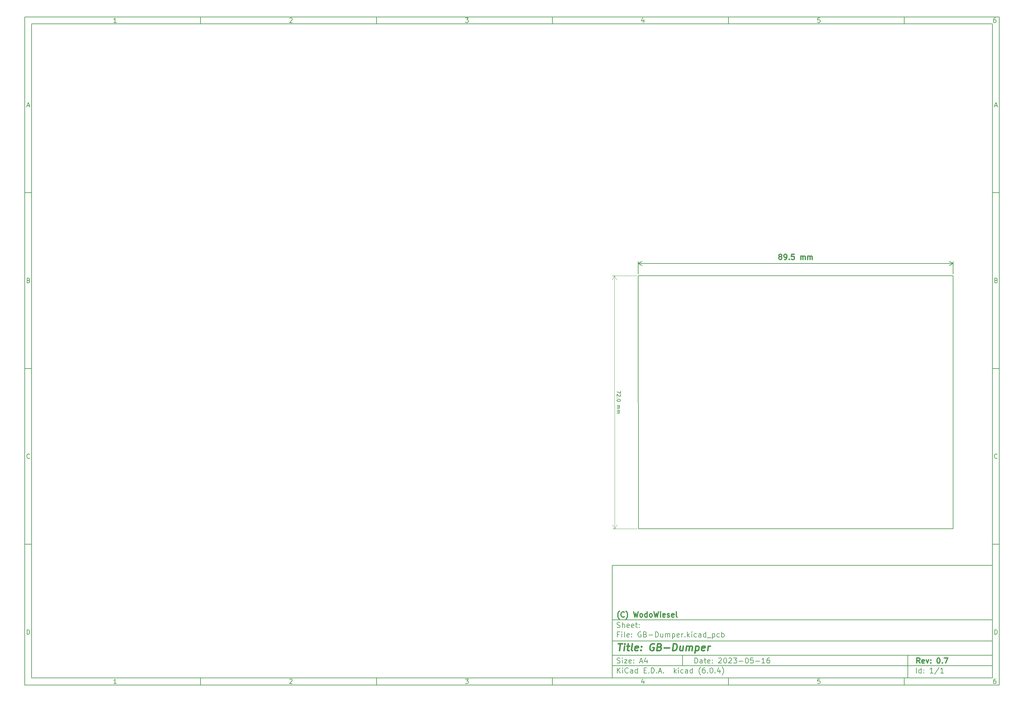
<source format=gbr>
%TF.GenerationSoftware,KiCad,Pcbnew,(6.0.4)*%
%TF.CreationDate,2023-10-22T17:32:39+02:00*%
%TF.ProjectId,GB-Dumper,47422d44-756d-4706-9572-2e6b69636164,0.7*%
%TF.SameCoordinates,Original*%
%TF.FileFunction,OtherDrawing,Comment*%
%FSLAX46Y46*%
G04 Gerber Fmt 4.6, Leading zero omitted, Abs format (unit mm)*
G04 Created by KiCad (PCBNEW (6.0.4)) date 2023-10-22 17:32:39*
%MOMM*%
%LPD*%
G01*
G04 APERTURE LIST*
%ADD10C,0.100000*%
%ADD11C,0.150000*%
%ADD12C,0.300000*%
%ADD13C,0.400000*%
%TA.AperFunction,Profile*%
%ADD14C,0.150000*%
%TD*%
%ADD15C,0.200000*%
G04 APERTURE END LIST*
D10*
D11*
X177002200Y-166007200D02*
X177002200Y-198007200D01*
X285002200Y-198007200D01*
X285002200Y-166007200D01*
X177002200Y-166007200D01*
D10*
D11*
X10000000Y-10000000D02*
X10000000Y-200007200D01*
X287002200Y-200007200D01*
X287002200Y-10000000D01*
X10000000Y-10000000D01*
D10*
D11*
X12000000Y-12000000D02*
X12000000Y-198007200D01*
X285002200Y-198007200D01*
X285002200Y-12000000D01*
X12000000Y-12000000D01*
D10*
D11*
X60000000Y-12000000D02*
X60000000Y-10000000D01*
D10*
D11*
X110000000Y-12000000D02*
X110000000Y-10000000D01*
D10*
D11*
X160000000Y-12000000D02*
X160000000Y-10000000D01*
D10*
D11*
X210000000Y-12000000D02*
X210000000Y-10000000D01*
D10*
D11*
X260000000Y-12000000D02*
X260000000Y-10000000D01*
D10*
D11*
X36065476Y-11588095D02*
X35322619Y-11588095D01*
X35694047Y-11588095D02*
X35694047Y-10288095D01*
X35570238Y-10473809D01*
X35446428Y-10597619D01*
X35322619Y-10659523D01*
D10*
D11*
X85322619Y-10411904D02*
X85384523Y-10350000D01*
X85508333Y-10288095D01*
X85817857Y-10288095D01*
X85941666Y-10350000D01*
X86003571Y-10411904D01*
X86065476Y-10535714D01*
X86065476Y-10659523D01*
X86003571Y-10845238D01*
X85260714Y-11588095D01*
X86065476Y-11588095D01*
D10*
D11*
X135260714Y-10288095D02*
X136065476Y-10288095D01*
X135632142Y-10783333D01*
X135817857Y-10783333D01*
X135941666Y-10845238D01*
X136003571Y-10907142D01*
X136065476Y-11030952D01*
X136065476Y-11340476D01*
X136003571Y-11464285D01*
X135941666Y-11526190D01*
X135817857Y-11588095D01*
X135446428Y-11588095D01*
X135322619Y-11526190D01*
X135260714Y-11464285D01*
D10*
D11*
X185941666Y-10721428D02*
X185941666Y-11588095D01*
X185632142Y-10226190D02*
X185322619Y-11154761D01*
X186127380Y-11154761D01*
D10*
D11*
X236003571Y-10288095D02*
X235384523Y-10288095D01*
X235322619Y-10907142D01*
X235384523Y-10845238D01*
X235508333Y-10783333D01*
X235817857Y-10783333D01*
X235941666Y-10845238D01*
X236003571Y-10907142D01*
X236065476Y-11030952D01*
X236065476Y-11340476D01*
X236003571Y-11464285D01*
X235941666Y-11526190D01*
X235817857Y-11588095D01*
X235508333Y-11588095D01*
X235384523Y-11526190D01*
X235322619Y-11464285D01*
D10*
D11*
X285941666Y-10288095D02*
X285694047Y-10288095D01*
X285570238Y-10350000D01*
X285508333Y-10411904D01*
X285384523Y-10597619D01*
X285322619Y-10845238D01*
X285322619Y-11340476D01*
X285384523Y-11464285D01*
X285446428Y-11526190D01*
X285570238Y-11588095D01*
X285817857Y-11588095D01*
X285941666Y-11526190D01*
X286003571Y-11464285D01*
X286065476Y-11340476D01*
X286065476Y-11030952D01*
X286003571Y-10907142D01*
X285941666Y-10845238D01*
X285817857Y-10783333D01*
X285570238Y-10783333D01*
X285446428Y-10845238D01*
X285384523Y-10907142D01*
X285322619Y-11030952D01*
D10*
D11*
X60000000Y-198007200D02*
X60000000Y-200007200D01*
D10*
D11*
X110000000Y-198007200D02*
X110000000Y-200007200D01*
D10*
D11*
X160000000Y-198007200D02*
X160000000Y-200007200D01*
D10*
D11*
X210000000Y-198007200D02*
X210000000Y-200007200D01*
D10*
D11*
X260000000Y-198007200D02*
X260000000Y-200007200D01*
D10*
D11*
X36065476Y-199595295D02*
X35322619Y-199595295D01*
X35694047Y-199595295D02*
X35694047Y-198295295D01*
X35570238Y-198481009D01*
X35446428Y-198604819D01*
X35322619Y-198666723D01*
D10*
D11*
X85322619Y-198419104D02*
X85384523Y-198357200D01*
X85508333Y-198295295D01*
X85817857Y-198295295D01*
X85941666Y-198357200D01*
X86003571Y-198419104D01*
X86065476Y-198542914D01*
X86065476Y-198666723D01*
X86003571Y-198852438D01*
X85260714Y-199595295D01*
X86065476Y-199595295D01*
D10*
D11*
X135260714Y-198295295D02*
X136065476Y-198295295D01*
X135632142Y-198790533D01*
X135817857Y-198790533D01*
X135941666Y-198852438D01*
X136003571Y-198914342D01*
X136065476Y-199038152D01*
X136065476Y-199347676D01*
X136003571Y-199471485D01*
X135941666Y-199533390D01*
X135817857Y-199595295D01*
X135446428Y-199595295D01*
X135322619Y-199533390D01*
X135260714Y-199471485D01*
D10*
D11*
X185941666Y-198728628D02*
X185941666Y-199595295D01*
X185632142Y-198233390D02*
X185322619Y-199161961D01*
X186127380Y-199161961D01*
D10*
D11*
X236003571Y-198295295D02*
X235384523Y-198295295D01*
X235322619Y-198914342D01*
X235384523Y-198852438D01*
X235508333Y-198790533D01*
X235817857Y-198790533D01*
X235941666Y-198852438D01*
X236003571Y-198914342D01*
X236065476Y-199038152D01*
X236065476Y-199347676D01*
X236003571Y-199471485D01*
X235941666Y-199533390D01*
X235817857Y-199595295D01*
X235508333Y-199595295D01*
X235384523Y-199533390D01*
X235322619Y-199471485D01*
D10*
D11*
X285941666Y-198295295D02*
X285694047Y-198295295D01*
X285570238Y-198357200D01*
X285508333Y-198419104D01*
X285384523Y-198604819D01*
X285322619Y-198852438D01*
X285322619Y-199347676D01*
X285384523Y-199471485D01*
X285446428Y-199533390D01*
X285570238Y-199595295D01*
X285817857Y-199595295D01*
X285941666Y-199533390D01*
X286003571Y-199471485D01*
X286065476Y-199347676D01*
X286065476Y-199038152D01*
X286003571Y-198914342D01*
X285941666Y-198852438D01*
X285817857Y-198790533D01*
X285570238Y-198790533D01*
X285446428Y-198852438D01*
X285384523Y-198914342D01*
X285322619Y-199038152D01*
D10*
D11*
X10000000Y-60000000D02*
X12000000Y-60000000D01*
D10*
D11*
X10000000Y-110000000D02*
X12000000Y-110000000D01*
D10*
D11*
X10000000Y-160000000D02*
X12000000Y-160000000D01*
D10*
D11*
X10690476Y-35216666D02*
X11309523Y-35216666D01*
X10566666Y-35588095D02*
X11000000Y-34288095D01*
X11433333Y-35588095D01*
D10*
D11*
X11092857Y-84907142D02*
X11278571Y-84969047D01*
X11340476Y-85030952D01*
X11402380Y-85154761D01*
X11402380Y-85340476D01*
X11340476Y-85464285D01*
X11278571Y-85526190D01*
X11154761Y-85588095D01*
X10659523Y-85588095D01*
X10659523Y-84288095D01*
X11092857Y-84288095D01*
X11216666Y-84350000D01*
X11278571Y-84411904D01*
X11340476Y-84535714D01*
X11340476Y-84659523D01*
X11278571Y-84783333D01*
X11216666Y-84845238D01*
X11092857Y-84907142D01*
X10659523Y-84907142D01*
D10*
D11*
X11402380Y-135464285D02*
X11340476Y-135526190D01*
X11154761Y-135588095D01*
X11030952Y-135588095D01*
X10845238Y-135526190D01*
X10721428Y-135402380D01*
X10659523Y-135278571D01*
X10597619Y-135030952D01*
X10597619Y-134845238D01*
X10659523Y-134597619D01*
X10721428Y-134473809D01*
X10845238Y-134350000D01*
X11030952Y-134288095D01*
X11154761Y-134288095D01*
X11340476Y-134350000D01*
X11402380Y-134411904D01*
D10*
D11*
X10659523Y-185588095D02*
X10659523Y-184288095D01*
X10969047Y-184288095D01*
X11154761Y-184350000D01*
X11278571Y-184473809D01*
X11340476Y-184597619D01*
X11402380Y-184845238D01*
X11402380Y-185030952D01*
X11340476Y-185278571D01*
X11278571Y-185402380D01*
X11154761Y-185526190D01*
X10969047Y-185588095D01*
X10659523Y-185588095D01*
D10*
D11*
X287002200Y-60000000D02*
X285002200Y-60000000D01*
D10*
D11*
X287002200Y-110000000D02*
X285002200Y-110000000D01*
D10*
D11*
X287002200Y-160000000D02*
X285002200Y-160000000D01*
D10*
D11*
X285692676Y-35216666D02*
X286311723Y-35216666D01*
X285568866Y-35588095D02*
X286002200Y-34288095D01*
X286435533Y-35588095D01*
D10*
D11*
X286095057Y-84907142D02*
X286280771Y-84969047D01*
X286342676Y-85030952D01*
X286404580Y-85154761D01*
X286404580Y-85340476D01*
X286342676Y-85464285D01*
X286280771Y-85526190D01*
X286156961Y-85588095D01*
X285661723Y-85588095D01*
X285661723Y-84288095D01*
X286095057Y-84288095D01*
X286218866Y-84350000D01*
X286280771Y-84411904D01*
X286342676Y-84535714D01*
X286342676Y-84659523D01*
X286280771Y-84783333D01*
X286218866Y-84845238D01*
X286095057Y-84907142D01*
X285661723Y-84907142D01*
D10*
D11*
X286404580Y-135464285D02*
X286342676Y-135526190D01*
X286156961Y-135588095D01*
X286033152Y-135588095D01*
X285847438Y-135526190D01*
X285723628Y-135402380D01*
X285661723Y-135278571D01*
X285599819Y-135030952D01*
X285599819Y-134845238D01*
X285661723Y-134597619D01*
X285723628Y-134473809D01*
X285847438Y-134350000D01*
X286033152Y-134288095D01*
X286156961Y-134288095D01*
X286342676Y-134350000D01*
X286404580Y-134411904D01*
D10*
D11*
X285661723Y-185588095D02*
X285661723Y-184288095D01*
X285971247Y-184288095D01*
X286156961Y-184350000D01*
X286280771Y-184473809D01*
X286342676Y-184597619D01*
X286404580Y-184845238D01*
X286404580Y-185030952D01*
X286342676Y-185278571D01*
X286280771Y-185402380D01*
X286156961Y-185526190D01*
X285971247Y-185588095D01*
X285661723Y-185588095D01*
D10*
D11*
X200434342Y-193785771D02*
X200434342Y-192285771D01*
X200791485Y-192285771D01*
X201005771Y-192357200D01*
X201148628Y-192500057D01*
X201220057Y-192642914D01*
X201291485Y-192928628D01*
X201291485Y-193142914D01*
X201220057Y-193428628D01*
X201148628Y-193571485D01*
X201005771Y-193714342D01*
X200791485Y-193785771D01*
X200434342Y-193785771D01*
X202577200Y-193785771D02*
X202577200Y-193000057D01*
X202505771Y-192857200D01*
X202362914Y-192785771D01*
X202077200Y-192785771D01*
X201934342Y-192857200D01*
X202577200Y-193714342D02*
X202434342Y-193785771D01*
X202077200Y-193785771D01*
X201934342Y-193714342D01*
X201862914Y-193571485D01*
X201862914Y-193428628D01*
X201934342Y-193285771D01*
X202077200Y-193214342D01*
X202434342Y-193214342D01*
X202577200Y-193142914D01*
X203077200Y-192785771D02*
X203648628Y-192785771D01*
X203291485Y-192285771D02*
X203291485Y-193571485D01*
X203362914Y-193714342D01*
X203505771Y-193785771D01*
X203648628Y-193785771D01*
X204720057Y-193714342D02*
X204577200Y-193785771D01*
X204291485Y-193785771D01*
X204148628Y-193714342D01*
X204077200Y-193571485D01*
X204077200Y-193000057D01*
X204148628Y-192857200D01*
X204291485Y-192785771D01*
X204577200Y-192785771D01*
X204720057Y-192857200D01*
X204791485Y-193000057D01*
X204791485Y-193142914D01*
X204077200Y-193285771D01*
X205434342Y-193642914D02*
X205505771Y-193714342D01*
X205434342Y-193785771D01*
X205362914Y-193714342D01*
X205434342Y-193642914D01*
X205434342Y-193785771D01*
X205434342Y-192857200D02*
X205505771Y-192928628D01*
X205434342Y-193000057D01*
X205362914Y-192928628D01*
X205434342Y-192857200D01*
X205434342Y-193000057D01*
X207220057Y-192428628D02*
X207291485Y-192357200D01*
X207434342Y-192285771D01*
X207791485Y-192285771D01*
X207934342Y-192357200D01*
X208005771Y-192428628D01*
X208077200Y-192571485D01*
X208077200Y-192714342D01*
X208005771Y-192928628D01*
X207148628Y-193785771D01*
X208077200Y-193785771D01*
X209005771Y-192285771D02*
X209148628Y-192285771D01*
X209291485Y-192357200D01*
X209362914Y-192428628D01*
X209434342Y-192571485D01*
X209505771Y-192857200D01*
X209505771Y-193214342D01*
X209434342Y-193500057D01*
X209362914Y-193642914D01*
X209291485Y-193714342D01*
X209148628Y-193785771D01*
X209005771Y-193785771D01*
X208862914Y-193714342D01*
X208791485Y-193642914D01*
X208720057Y-193500057D01*
X208648628Y-193214342D01*
X208648628Y-192857200D01*
X208720057Y-192571485D01*
X208791485Y-192428628D01*
X208862914Y-192357200D01*
X209005771Y-192285771D01*
X210077200Y-192428628D02*
X210148628Y-192357200D01*
X210291485Y-192285771D01*
X210648628Y-192285771D01*
X210791485Y-192357200D01*
X210862914Y-192428628D01*
X210934342Y-192571485D01*
X210934342Y-192714342D01*
X210862914Y-192928628D01*
X210005771Y-193785771D01*
X210934342Y-193785771D01*
X211434342Y-192285771D02*
X212362914Y-192285771D01*
X211862914Y-192857200D01*
X212077200Y-192857200D01*
X212220057Y-192928628D01*
X212291485Y-193000057D01*
X212362914Y-193142914D01*
X212362914Y-193500057D01*
X212291485Y-193642914D01*
X212220057Y-193714342D01*
X212077200Y-193785771D01*
X211648628Y-193785771D01*
X211505771Y-193714342D01*
X211434342Y-193642914D01*
X213005771Y-193214342D02*
X214148628Y-193214342D01*
X215148628Y-192285771D02*
X215291485Y-192285771D01*
X215434342Y-192357200D01*
X215505771Y-192428628D01*
X215577200Y-192571485D01*
X215648628Y-192857200D01*
X215648628Y-193214342D01*
X215577200Y-193500057D01*
X215505771Y-193642914D01*
X215434342Y-193714342D01*
X215291485Y-193785771D01*
X215148628Y-193785771D01*
X215005771Y-193714342D01*
X214934342Y-193642914D01*
X214862914Y-193500057D01*
X214791485Y-193214342D01*
X214791485Y-192857200D01*
X214862914Y-192571485D01*
X214934342Y-192428628D01*
X215005771Y-192357200D01*
X215148628Y-192285771D01*
X217005771Y-192285771D02*
X216291485Y-192285771D01*
X216220057Y-193000057D01*
X216291485Y-192928628D01*
X216434342Y-192857200D01*
X216791485Y-192857200D01*
X216934342Y-192928628D01*
X217005771Y-193000057D01*
X217077200Y-193142914D01*
X217077200Y-193500057D01*
X217005771Y-193642914D01*
X216934342Y-193714342D01*
X216791485Y-193785771D01*
X216434342Y-193785771D01*
X216291485Y-193714342D01*
X216220057Y-193642914D01*
X217720057Y-193214342D02*
X218862914Y-193214342D01*
X220362914Y-193785771D02*
X219505771Y-193785771D01*
X219934342Y-193785771D02*
X219934342Y-192285771D01*
X219791485Y-192500057D01*
X219648628Y-192642914D01*
X219505771Y-192714342D01*
X221648628Y-192285771D02*
X221362914Y-192285771D01*
X221220057Y-192357200D01*
X221148628Y-192428628D01*
X221005771Y-192642914D01*
X220934342Y-192928628D01*
X220934342Y-193500057D01*
X221005771Y-193642914D01*
X221077200Y-193714342D01*
X221220057Y-193785771D01*
X221505771Y-193785771D01*
X221648628Y-193714342D01*
X221720057Y-193642914D01*
X221791485Y-193500057D01*
X221791485Y-193142914D01*
X221720057Y-193000057D01*
X221648628Y-192928628D01*
X221505771Y-192857200D01*
X221220057Y-192857200D01*
X221077200Y-192928628D01*
X221005771Y-193000057D01*
X220934342Y-193142914D01*
D10*
D11*
X177002200Y-194507200D02*
X285002200Y-194507200D01*
D10*
D11*
X178434342Y-196585771D02*
X178434342Y-195085771D01*
X179291485Y-196585771D02*
X178648628Y-195728628D01*
X179291485Y-195085771D02*
X178434342Y-195942914D01*
X179934342Y-196585771D02*
X179934342Y-195585771D01*
X179934342Y-195085771D02*
X179862914Y-195157200D01*
X179934342Y-195228628D01*
X180005771Y-195157200D01*
X179934342Y-195085771D01*
X179934342Y-195228628D01*
X181505771Y-196442914D02*
X181434342Y-196514342D01*
X181220057Y-196585771D01*
X181077200Y-196585771D01*
X180862914Y-196514342D01*
X180720057Y-196371485D01*
X180648628Y-196228628D01*
X180577200Y-195942914D01*
X180577200Y-195728628D01*
X180648628Y-195442914D01*
X180720057Y-195300057D01*
X180862914Y-195157200D01*
X181077200Y-195085771D01*
X181220057Y-195085771D01*
X181434342Y-195157200D01*
X181505771Y-195228628D01*
X182791485Y-196585771D02*
X182791485Y-195800057D01*
X182720057Y-195657200D01*
X182577200Y-195585771D01*
X182291485Y-195585771D01*
X182148628Y-195657200D01*
X182791485Y-196514342D02*
X182648628Y-196585771D01*
X182291485Y-196585771D01*
X182148628Y-196514342D01*
X182077200Y-196371485D01*
X182077200Y-196228628D01*
X182148628Y-196085771D01*
X182291485Y-196014342D01*
X182648628Y-196014342D01*
X182791485Y-195942914D01*
X184148628Y-196585771D02*
X184148628Y-195085771D01*
X184148628Y-196514342D02*
X184005771Y-196585771D01*
X183720057Y-196585771D01*
X183577200Y-196514342D01*
X183505771Y-196442914D01*
X183434342Y-196300057D01*
X183434342Y-195871485D01*
X183505771Y-195728628D01*
X183577200Y-195657200D01*
X183720057Y-195585771D01*
X184005771Y-195585771D01*
X184148628Y-195657200D01*
X186005771Y-195800057D02*
X186505771Y-195800057D01*
X186720057Y-196585771D02*
X186005771Y-196585771D01*
X186005771Y-195085771D01*
X186720057Y-195085771D01*
X187362914Y-196442914D02*
X187434342Y-196514342D01*
X187362914Y-196585771D01*
X187291485Y-196514342D01*
X187362914Y-196442914D01*
X187362914Y-196585771D01*
X188077200Y-196585771D02*
X188077200Y-195085771D01*
X188434342Y-195085771D01*
X188648628Y-195157200D01*
X188791485Y-195300057D01*
X188862914Y-195442914D01*
X188934342Y-195728628D01*
X188934342Y-195942914D01*
X188862914Y-196228628D01*
X188791485Y-196371485D01*
X188648628Y-196514342D01*
X188434342Y-196585771D01*
X188077200Y-196585771D01*
X189577200Y-196442914D02*
X189648628Y-196514342D01*
X189577200Y-196585771D01*
X189505771Y-196514342D01*
X189577200Y-196442914D01*
X189577200Y-196585771D01*
X190220057Y-196157200D02*
X190934342Y-196157200D01*
X190077200Y-196585771D02*
X190577200Y-195085771D01*
X191077200Y-196585771D01*
X191577200Y-196442914D02*
X191648628Y-196514342D01*
X191577200Y-196585771D01*
X191505771Y-196514342D01*
X191577200Y-196442914D01*
X191577200Y-196585771D01*
X194577200Y-196585771D02*
X194577200Y-195085771D01*
X194720057Y-196014342D02*
X195148628Y-196585771D01*
X195148628Y-195585771D02*
X194577200Y-196157200D01*
X195791485Y-196585771D02*
X195791485Y-195585771D01*
X195791485Y-195085771D02*
X195720057Y-195157200D01*
X195791485Y-195228628D01*
X195862914Y-195157200D01*
X195791485Y-195085771D01*
X195791485Y-195228628D01*
X197148628Y-196514342D02*
X197005771Y-196585771D01*
X196720057Y-196585771D01*
X196577200Y-196514342D01*
X196505771Y-196442914D01*
X196434342Y-196300057D01*
X196434342Y-195871485D01*
X196505771Y-195728628D01*
X196577200Y-195657200D01*
X196720057Y-195585771D01*
X197005771Y-195585771D01*
X197148628Y-195657200D01*
X198434342Y-196585771D02*
X198434342Y-195800057D01*
X198362914Y-195657200D01*
X198220057Y-195585771D01*
X197934342Y-195585771D01*
X197791485Y-195657200D01*
X198434342Y-196514342D02*
X198291485Y-196585771D01*
X197934342Y-196585771D01*
X197791485Y-196514342D01*
X197720057Y-196371485D01*
X197720057Y-196228628D01*
X197791485Y-196085771D01*
X197934342Y-196014342D01*
X198291485Y-196014342D01*
X198434342Y-195942914D01*
X199791485Y-196585771D02*
X199791485Y-195085771D01*
X199791485Y-196514342D02*
X199648628Y-196585771D01*
X199362914Y-196585771D01*
X199220057Y-196514342D01*
X199148628Y-196442914D01*
X199077200Y-196300057D01*
X199077200Y-195871485D01*
X199148628Y-195728628D01*
X199220057Y-195657200D01*
X199362914Y-195585771D01*
X199648628Y-195585771D01*
X199791485Y-195657200D01*
X202077200Y-197157200D02*
X202005771Y-197085771D01*
X201862914Y-196871485D01*
X201791485Y-196728628D01*
X201720057Y-196514342D01*
X201648628Y-196157200D01*
X201648628Y-195871485D01*
X201720057Y-195514342D01*
X201791485Y-195300057D01*
X201862914Y-195157200D01*
X202005771Y-194942914D01*
X202077200Y-194871485D01*
X203291485Y-195085771D02*
X203005771Y-195085771D01*
X202862914Y-195157200D01*
X202791485Y-195228628D01*
X202648628Y-195442914D01*
X202577200Y-195728628D01*
X202577200Y-196300057D01*
X202648628Y-196442914D01*
X202720057Y-196514342D01*
X202862914Y-196585771D01*
X203148628Y-196585771D01*
X203291485Y-196514342D01*
X203362914Y-196442914D01*
X203434342Y-196300057D01*
X203434342Y-195942914D01*
X203362914Y-195800057D01*
X203291485Y-195728628D01*
X203148628Y-195657200D01*
X202862914Y-195657200D01*
X202720057Y-195728628D01*
X202648628Y-195800057D01*
X202577200Y-195942914D01*
X204077200Y-196442914D02*
X204148628Y-196514342D01*
X204077200Y-196585771D01*
X204005771Y-196514342D01*
X204077200Y-196442914D01*
X204077200Y-196585771D01*
X205077200Y-195085771D02*
X205220057Y-195085771D01*
X205362914Y-195157200D01*
X205434342Y-195228628D01*
X205505771Y-195371485D01*
X205577200Y-195657200D01*
X205577200Y-196014342D01*
X205505771Y-196300057D01*
X205434342Y-196442914D01*
X205362914Y-196514342D01*
X205220057Y-196585771D01*
X205077200Y-196585771D01*
X204934342Y-196514342D01*
X204862914Y-196442914D01*
X204791485Y-196300057D01*
X204720057Y-196014342D01*
X204720057Y-195657200D01*
X204791485Y-195371485D01*
X204862914Y-195228628D01*
X204934342Y-195157200D01*
X205077200Y-195085771D01*
X206220057Y-196442914D02*
X206291485Y-196514342D01*
X206220057Y-196585771D01*
X206148628Y-196514342D01*
X206220057Y-196442914D01*
X206220057Y-196585771D01*
X207577200Y-195585771D02*
X207577200Y-196585771D01*
X207220057Y-195014342D02*
X206862914Y-196085771D01*
X207791485Y-196085771D01*
X208220057Y-197157200D02*
X208291485Y-197085771D01*
X208434342Y-196871485D01*
X208505771Y-196728628D01*
X208577200Y-196514342D01*
X208648628Y-196157200D01*
X208648628Y-195871485D01*
X208577200Y-195514342D01*
X208505771Y-195300057D01*
X208434342Y-195157200D01*
X208291485Y-194942914D01*
X208220057Y-194871485D01*
D10*
D11*
X177002200Y-191507200D02*
X285002200Y-191507200D01*
D10*
D12*
X264411485Y-193785771D02*
X263911485Y-193071485D01*
X263554342Y-193785771D02*
X263554342Y-192285771D01*
X264125771Y-192285771D01*
X264268628Y-192357200D01*
X264340057Y-192428628D01*
X264411485Y-192571485D01*
X264411485Y-192785771D01*
X264340057Y-192928628D01*
X264268628Y-193000057D01*
X264125771Y-193071485D01*
X263554342Y-193071485D01*
X265625771Y-193714342D02*
X265482914Y-193785771D01*
X265197200Y-193785771D01*
X265054342Y-193714342D01*
X264982914Y-193571485D01*
X264982914Y-193000057D01*
X265054342Y-192857200D01*
X265197200Y-192785771D01*
X265482914Y-192785771D01*
X265625771Y-192857200D01*
X265697200Y-193000057D01*
X265697200Y-193142914D01*
X264982914Y-193285771D01*
X266197200Y-192785771D02*
X266554342Y-193785771D01*
X266911485Y-192785771D01*
X267482914Y-193642914D02*
X267554342Y-193714342D01*
X267482914Y-193785771D01*
X267411485Y-193714342D01*
X267482914Y-193642914D01*
X267482914Y-193785771D01*
X267482914Y-192857200D02*
X267554342Y-192928628D01*
X267482914Y-193000057D01*
X267411485Y-192928628D01*
X267482914Y-192857200D01*
X267482914Y-193000057D01*
X269625771Y-192285771D02*
X269768628Y-192285771D01*
X269911485Y-192357200D01*
X269982914Y-192428628D01*
X270054342Y-192571485D01*
X270125771Y-192857200D01*
X270125771Y-193214342D01*
X270054342Y-193500057D01*
X269982914Y-193642914D01*
X269911485Y-193714342D01*
X269768628Y-193785771D01*
X269625771Y-193785771D01*
X269482914Y-193714342D01*
X269411485Y-193642914D01*
X269340057Y-193500057D01*
X269268628Y-193214342D01*
X269268628Y-192857200D01*
X269340057Y-192571485D01*
X269411485Y-192428628D01*
X269482914Y-192357200D01*
X269625771Y-192285771D01*
X270768628Y-193642914D02*
X270840057Y-193714342D01*
X270768628Y-193785771D01*
X270697200Y-193714342D01*
X270768628Y-193642914D01*
X270768628Y-193785771D01*
X271340057Y-192285771D02*
X272340057Y-192285771D01*
X271697200Y-193785771D01*
D10*
D11*
X178362914Y-193714342D02*
X178577200Y-193785771D01*
X178934342Y-193785771D01*
X179077200Y-193714342D01*
X179148628Y-193642914D01*
X179220057Y-193500057D01*
X179220057Y-193357200D01*
X179148628Y-193214342D01*
X179077200Y-193142914D01*
X178934342Y-193071485D01*
X178648628Y-193000057D01*
X178505771Y-192928628D01*
X178434342Y-192857200D01*
X178362914Y-192714342D01*
X178362914Y-192571485D01*
X178434342Y-192428628D01*
X178505771Y-192357200D01*
X178648628Y-192285771D01*
X179005771Y-192285771D01*
X179220057Y-192357200D01*
X179862914Y-193785771D02*
X179862914Y-192785771D01*
X179862914Y-192285771D02*
X179791485Y-192357200D01*
X179862914Y-192428628D01*
X179934342Y-192357200D01*
X179862914Y-192285771D01*
X179862914Y-192428628D01*
X180434342Y-192785771D02*
X181220057Y-192785771D01*
X180434342Y-193785771D01*
X181220057Y-193785771D01*
X182362914Y-193714342D02*
X182220057Y-193785771D01*
X181934342Y-193785771D01*
X181791485Y-193714342D01*
X181720057Y-193571485D01*
X181720057Y-193000057D01*
X181791485Y-192857200D01*
X181934342Y-192785771D01*
X182220057Y-192785771D01*
X182362914Y-192857200D01*
X182434342Y-193000057D01*
X182434342Y-193142914D01*
X181720057Y-193285771D01*
X183077200Y-193642914D02*
X183148628Y-193714342D01*
X183077200Y-193785771D01*
X183005771Y-193714342D01*
X183077200Y-193642914D01*
X183077200Y-193785771D01*
X183077200Y-192857200D02*
X183148628Y-192928628D01*
X183077200Y-193000057D01*
X183005771Y-192928628D01*
X183077200Y-192857200D01*
X183077200Y-193000057D01*
X184862914Y-193357200D02*
X185577200Y-193357200D01*
X184720057Y-193785771D02*
X185220057Y-192285771D01*
X185720057Y-193785771D01*
X186862914Y-192785771D02*
X186862914Y-193785771D01*
X186505771Y-192214342D02*
X186148628Y-193285771D01*
X187077200Y-193285771D01*
D10*
D11*
X263434342Y-196585771D02*
X263434342Y-195085771D01*
X264791485Y-196585771D02*
X264791485Y-195085771D01*
X264791485Y-196514342D02*
X264648628Y-196585771D01*
X264362914Y-196585771D01*
X264220057Y-196514342D01*
X264148628Y-196442914D01*
X264077200Y-196300057D01*
X264077200Y-195871485D01*
X264148628Y-195728628D01*
X264220057Y-195657200D01*
X264362914Y-195585771D01*
X264648628Y-195585771D01*
X264791485Y-195657200D01*
X265505771Y-196442914D02*
X265577200Y-196514342D01*
X265505771Y-196585771D01*
X265434342Y-196514342D01*
X265505771Y-196442914D01*
X265505771Y-196585771D01*
X265505771Y-195657200D02*
X265577200Y-195728628D01*
X265505771Y-195800057D01*
X265434342Y-195728628D01*
X265505771Y-195657200D01*
X265505771Y-195800057D01*
X268148628Y-196585771D02*
X267291485Y-196585771D01*
X267720057Y-196585771D02*
X267720057Y-195085771D01*
X267577200Y-195300057D01*
X267434342Y-195442914D01*
X267291485Y-195514342D01*
X269862914Y-195014342D02*
X268577200Y-196942914D01*
X271148628Y-196585771D02*
X270291485Y-196585771D01*
X270720057Y-196585771D02*
X270720057Y-195085771D01*
X270577200Y-195300057D01*
X270434342Y-195442914D01*
X270291485Y-195514342D01*
D10*
D11*
X177002200Y-187507200D02*
X285002200Y-187507200D01*
D10*
D13*
X178714580Y-188211961D02*
X179857438Y-188211961D01*
X179036009Y-190211961D02*
X179286009Y-188211961D01*
X180274104Y-190211961D02*
X180440771Y-188878628D01*
X180524104Y-188211961D02*
X180416961Y-188307200D01*
X180500295Y-188402438D01*
X180607438Y-188307200D01*
X180524104Y-188211961D01*
X180500295Y-188402438D01*
X181107438Y-188878628D02*
X181869342Y-188878628D01*
X181476485Y-188211961D02*
X181262200Y-189926247D01*
X181333628Y-190116723D01*
X181512200Y-190211961D01*
X181702676Y-190211961D01*
X182655057Y-190211961D02*
X182476485Y-190116723D01*
X182405057Y-189926247D01*
X182619342Y-188211961D01*
X184190771Y-190116723D02*
X183988390Y-190211961D01*
X183607438Y-190211961D01*
X183428866Y-190116723D01*
X183357438Y-189926247D01*
X183452676Y-189164342D01*
X183571723Y-188973866D01*
X183774104Y-188878628D01*
X184155057Y-188878628D01*
X184333628Y-188973866D01*
X184405057Y-189164342D01*
X184381247Y-189354819D01*
X183405057Y-189545295D01*
X185155057Y-190021485D02*
X185238390Y-190116723D01*
X185131247Y-190211961D01*
X185047914Y-190116723D01*
X185155057Y-190021485D01*
X185131247Y-190211961D01*
X185286009Y-188973866D02*
X185369342Y-189069104D01*
X185262200Y-189164342D01*
X185178866Y-189069104D01*
X185286009Y-188973866D01*
X185262200Y-189164342D01*
X188893152Y-188307200D02*
X188714580Y-188211961D01*
X188428866Y-188211961D01*
X188131247Y-188307200D01*
X187916961Y-188497676D01*
X187797914Y-188688152D01*
X187655057Y-189069104D01*
X187619342Y-189354819D01*
X187666961Y-189735771D01*
X187738390Y-189926247D01*
X187905057Y-190116723D01*
X188178866Y-190211961D01*
X188369342Y-190211961D01*
X188666961Y-190116723D01*
X188774104Y-190021485D01*
X188857438Y-189354819D01*
X188476485Y-189354819D01*
X190405057Y-189164342D02*
X190678866Y-189259580D01*
X190762200Y-189354819D01*
X190833628Y-189545295D01*
X190797914Y-189831009D01*
X190678866Y-190021485D01*
X190571723Y-190116723D01*
X190369342Y-190211961D01*
X189607438Y-190211961D01*
X189857438Y-188211961D01*
X190524104Y-188211961D01*
X190702676Y-188307200D01*
X190786009Y-188402438D01*
X190857438Y-188592914D01*
X190833628Y-188783390D01*
X190714580Y-188973866D01*
X190607438Y-189069104D01*
X190405057Y-189164342D01*
X189738390Y-189164342D01*
X191702676Y-189450057D02*
X193226485Y-189450057D01*
X194083628Y-190211961D02*
X194333628Y-188211961D01*
X194809819Y-188211961D01*
X195083628Y-188307200D01*
X195250295Y-188497676D01*
X195321723Y-188688152D01*
X195369342Y-189069104D01*
X195333628Y-189354819D01*
X195190771Y-189735771D01*
X195071723Y-189926247D01*
X194857438Y-190116723D01*
X194559819Y-190211961D01*
X194083628Y-190211961D01*
X197107438Y-188878628D02*
X196940771Y-190211961D01*
X196250295Y-188878628D02*
X196119342Y-189926247D01*
X196190771Y-190116723D01*
X196369342Y-190211961D01*
X196655057Y-190211961D01*
X196857438Y-190116723D01*
X196964580Y-190021485D01*
X197893152Y-190211961D02*
X198059819Y-188878628D01*
X198036009Y-189069104D02*
X198143152Y-188973866D01*
X198345533Y-188878628D01*
X198631247Y-188878628D01*
X198809819Y-188973866D01*
X198881247Y-189164342D01*
X198750295Y-190211961D01*
X198881247Y-189164342D02*
X199000295Y-188973866D01*
X199202676Y-188878628D01*
X199488390Y-188878628D01*
X199666961Y-188973866D01*
X199738390Y-189164342D01*
X199607438Y-190211961D01*
X200726485Y-188878628D02*
X200476485Y-190878628D01*
X200714580Y-188973866D02*
X200916961Y-188878628D01*
X201297914Y-188878628D01*
X201476485Y-188973866D01*
X201559819Y-189069104D01*
X201631247Y-189259580D01*
X201559819Y-189831009D01*
X201440771Y-190021485D01*
X201333628Y-190116723D01*
X201131247Y-190211961D01*
X200750295Y-190211961D01*
X200571723Y-190116723D01*
X203143152Y-190116723D02*
X202940771Y-190211961D01*
X202559819Y-190211961D01*
X202381247Y-190116723D01*
X202309819Y-189926247D01*
X202405057Y-189164342D01*
X202524104Y-188973866D01*
X202726485Y-188878628D01*
X203107438Y-188878628D01*
X203286009Y-188973866D01*
X203357438Y-189164342D01*
X203333628Y-189354819D01*
X202357438Y-189545295D01*
X204083628Y-190211961D02*
X204250295Y-188878628D01*
X204202676Y-189259580D02*
X204321723Y-189069104D01*
X204428866Y-188973866D01*
X204631247Y-188878628D01*
X204821723Y-188878628D01*
D10*
D11*
X178934342Y-185600057D02*
X178434342Y-185600057D01*
X178434342Y-186385771D02*
X178434342Y-184885771D01*
X179148628Y-184885771D01*
X179720057Y-186385771D02*
X179720057Y-185385771D01*
X179720057Y-184885771D02*
X179648628Y-184957200D01*
X179720057Y-185028628D01*
X179791485Y-184957200D01*
X179720057Y-184885771D01*
X179720057Y-185028628D01*
X180648628Y-186385771D02*
X180505771Y-186314342D01*
X180434342Y-186171485D01*
X180434342Y-184885771D01*
X181791485Y-186314342D02*
X181648628Y-186385771D01*
X181362914Y-186385771D01*
X181220057Y-186314342D01*
X181148628Y-186171485D01*
X181148628Y-185600057D01*
X181220057Y-185457200D01*
X181362914Y-185385771D01*
X181648628Y-185385771D01*
X181791485Y-185457200D01*
X181862914Y-185600057D01*
X181862914Y-185742914D01*
X181148628Y-185885771D01*
X182505771Y-186242914D02*
X182577200Y-186314342D01*
X182505771Y-186385771D01*
X182434342Y-186314342D01*
X182505771Y-186242914D01*
X182505771Y-186385771D01*
X182505771Y-185457200D02*
X182577200Y-185528628D01*
X182505771Y-185600057D01*
X182434342Y-185528628D01*
X182505771Y-185457200D01*
X182505771Y-185600057D01*
X185148628Y-184957200D02*
X185005771Y-184885771D01*
X184791485Y-184885771D01*
X184577200Y-184957200D01*
X184434342Y-185100057D01*
X184362914Y-185242914D01*
X184291485Y-185528628D01*
X184291485Y-185742914D01*
X184362914Y-186028628D01*
X184434342Y-186171485D01*
X184577200Y-186314342D01*
X184791485Y-186385771D01*
X184934342Y-186385771D01*
X185148628Y-186314342D01*
X185220057Y-186242914D01*
X185220057Y-185742914D01*
X184934342Y-185742914D01*
X186362914Y-185600057D02*
X186577200Y-185671485D01*
X186648628Y-185742914D01*
X186720057Y-185885771D01*
X186720057Y-186100057D01*
X186648628Y-186242914D01*
X186577200Y-186314342D01*
X186434342Y-186385771D01*
X185862914Y-186385771D01*
X185862914Y-184885771D01*
X186362914Y-184885771D01*
X186505771Y-184957200D01*
X186577200Y-185028628D01*
X186648628Y-185171485D01*
X186648628Y-185314342D01*
X186577200Y-185457200D01*
X186505771Y-185528628D01*
X186362914Y-185600057D01*
X185862914Y-185600057D01*
X187362914Y-185814342D02*
X188505771Y-185814342D01*
X189220057Y-186385771D02*
X189220057Y-184885771D01*
X189577200Y-184885771D01*
X189791485Y-184957200D01*
X189934342Y-185100057D01*
X190005771Y-185242914D01*
X190077200Y-185528628D01*
X190077200Y-185742914D01*
X190005771Y-186028628D01*
X189934342Y-186171485D01*
X189791485Y-186314342D01*
X189577200Y-186385771D01*
X189220057Y-186385771D01*
X191362914Y-185385771D02*
X191362914Y-186385771D01*
X190720057Y-185385771D02*
X190720057Y-186171485D01*
X190791485Y-186314342D01*
X190934342Y-186385771D01*
X191148628Y-186385771D01*
X191291485Y-186314342D01*
X191362914Y-186242914D01*
X192077200Y-186385771D02*
X192077200Y-185385771D01*
X192077200Y-185528628D02*
X192148628Y-185457200D01*
X192291485Y-185385771D01*
X192505771Y-185385771D01*
X192648628Y-185457200D01*
X192720057Y-185600057D01*
X192720057Y-186385771D01*
X192720057Y-185600057D02*
X192791485Y-185457200D01*
X192934342Y-185385771D01*
X193148628Y-185385771D01*
X193291485Y-185457200D01*
X193362914Y-185600057D01*
X193362914Y-186385771D01*
X194077200Y-185385771D02*
X194077200Y-186885771D01*
X194077200Y-185457200D02*
X194220057Y-185385771D01*
X194505771Y-185385771D01*
X194648628Y-185457200D01*
X194720057Y-185528628D01*
X194791485Y-185671485D01*
X194791485Y-186100057D01*
X194720057Y-186242914D01*
X194648628Y-186314342D01*
X194505771Y-186385771D01*
X194220057Y-186385771D01*
X194077200Y-186314342D01*
X196005771Y-186314342D02*
X195862914Y-186385771D01*
X195577200Y-186385771D01*
X195434342Y-186314342D01*
X195362914Y-186171485D01*
X195362914Y-185600057D01*
X195434342Y-185457200D01*
X195577200Y-185385771D01*
X195862914Y-185385771D01*
X196005771Y-185457200D01*
X196077200Y-185600057D01*
X196077200Y-185742914D01*
X195362914Y-185885771D01*
X196720057Y-186385771D02*
X196720057Y-185385771D01*
X196720057Y-185671485D02*
X196791485Y-185528628D01*
X196862914Y-185457200D01*
X197005771Y-185385771D01*
X197148628Y-185385771D01*
X197648628Y-186242914D02*
X197720057Y-186314342D01*
X197648628Y-186385771D01*
X197577200Y-186314342D01*
X197648628Y-186242914D01*
X197648628Y-186385771D01*
X198362914Y-186385771D02*
X198362914Y-184885771D01*
X198505771Y-185814342D02*
X198934342Y-186385771D01*
X198934342Y-185385771D02*
X198362914Y-185957200D01*
X199577200Y-186385771D02*
X199577200Y-185385771D01*
X199577200Y-184885771D02*
X199505771Y-184957200D01*
X199577200Y-185028628D01*
X199648628Y-184957200D01*
X199577200Y-184885771D01*
X199577200Y-185028628D01*
X200934342Y-186314342D02*
X200791485Y-186385771D01*
X200505771Y-186385771D01*
X200362914Y-186314342D01*
X200291485Y-186242914D01*
X200220057Y-186100057D01*
X200220057Y-185671485D01*
X200291485Y-185528628D01*
X200362914Y-185457200D01*
X200505771Y-185385771D01*
X200791485Y-185385771D01*
X200934342Y-185457200D01*
X202220057Y-186385771D02*
X202220057Y-185600057D01*
X202148628Y-185457200D01*
X202005771Y-185385771D01*
X201720057Y-185385771D01*
X201577200Y-185457200D01*
X202220057Y-186314342D02*
X202077200Y-186385771D01*
X201720057Y-186385771D01*
X201577200Y-186314342D01*
X201505771Y-186171485D01*
X201505771Y-186028628D01*
X201577200Y-185885771D01*
X201720057Y-185814342D01*
X202077200Y-185814342D01*
X202220057Y-185742914D01*
X203577200Y-186385771D02*
X203577200Y-184885771D01*
X203577200Y-186314342D02*
X203434342Y-186385771D01*
X203148628Y-186385771D01*
X203005771Y-186314342D01*
X202934342Y-186242914D01*
X202862914Y-186100057D01*
X202862914Y-185671485D01*
X202934342Y-185528628D01*
X203005771Y-185457200D01*
X203148628Y-185385771D01*
X203434342Y-185385771D01*
X203577200Y-185457200D01*
X203934342Y-186528628D02*
X205077200Y-186528628D01*
X205434342Y-185385771D02*
X205434342Y-186885771D01*
X205434342Y-185457200D02*
X205577200Y-185385771D01*
X205862914Y-185385771D01*
X206005771Y-185457200D01*
X206077200Y-185528628D01*
X206148628Y-185671485D01*
X206148628Y-186100057D01*
X206077200Y-186242914D01*
X206005771Y-186314342D01*
X205862914Y-186385771D01*
X205577200Y-186385771D01*
X205434342Y-186314342D01*
X207434342Y-186314342D02*
X207291485Y-186385771D01*
X207005771Y-186385771D01*
X206862914Y-186314342D01*
X206791485Y-186242914D01*
X206720057Y-186100057D01*
X206720057Y-185671485D01*
X206791485Y-185528628D01*
X206862914Y-185457200D01*
X207005771Y-185385771D01*
X207291485Y-185385771D01*
X207434342Y-185457200D01*
X208077200Y-186385771D02*
X208077200Y-184885771D01*
X208077200Y-185457200D02*
X208220057Y-185385771D01*
X208505771Y-185385771D01*
X208648628Y-185457200D01*
X208720057Y-185528628D01*
X208791485Y-185671485D01*
X208791485Y-186100057D01*
X208720057Y-186242914D01*
X208648628Y-186314342D01*
X208505771Y-186385771D01*
X208220057Y-186385771D01*
X208077200Y-186314342D01*
D10*
D11*
X177002200Y-181507200D02*
X285002200Y-181507200D01*
D10*
D11*
X178362914Y-183614342D02*
X178577200Y-183685771D01*
X178934342Y-183685771D01*
X179077200Y-183614342D01*
X179148628Y-183542914D01*
X179220057Y-183400057D01*
X179220057Y-183257200D01*
X179148628Y-183114342D01*
X179077200Y-183042914D01*
X178934342Y-182971485D01*
X178648628Y-182900057D01*
X178505771Y-182828628D01*
X178434342Y-182757200D01*
X178362914Y-182614342D01*
X178362914Y-182471485D01*
X178434342Y-182328628D01*
X178505771Y-182257200D01*
X178648628Y-182185771D01*
X179005771Y-182185771D01*
X179220057Y-182257200D01*
X179862914Y-183685771D02*
X179862914Y-182185771D01*
X180505771Y-183685771D02*
X180505771Y-182900057D01*
X180434342Y-182757200D01*
X180291485Y-182685771D01*
X180077200Y-182685771D01*
X179934342Y-182757200D01*
X179862914Y-182828628D01*
X181791485Y-183614342D02*
X181648628Y-183685771D01*
X181362914Y-183685771D01*
X181220057Y-183614342D01*
X181148628Y-183471485D01*
X181148628Y-182900057D01*
X181220057Y-182757200D01*
X181362914Y-182685771D01*
X181648628Y-182685771D01*
X181791485Y-182757200D01*
X181862914Y-182900057D01*
X181862914Y-183042914D01*
X181148628Y-183185771D01*
X183077200Y-183614342D02*
X182934342Y-183685771D01*
X182648628Y-183685771D01*
X182505771Y-183614342D01*
X182434342Y-183471485D01*
X182434342Y-182900057D01*
X182505771Y-182757200D01*
X182648628Y-182685771D01*
X182934342Y-182685771D01*
X183077200Y-182757200D01*
X183148628Y-182900057D01*
X183148628Y-183042914D01*
X182434342Y-183185771D01*
X183577200Y-182685771D02*
X184148628Y-182685771D01*
X183791485Y-182185771D02*
X183791485Y-183471485D01*
X183862914Y-183614342D01*
X184005771Y-183685771D01*
X184148628Y-183685771D01*
X184648628Y-183542914D02*
X184720057Y-183614342D01*
X184648628Y-183685771D01*
X184577200Y-183614342D01*
X184648628Y-183542914D01*
X184648628Y-183685771D01*
X184648628Y-182757200D02*
X184720057Y-182828628D01*
X184648628Y-182900057D01*
X184577200Y-182828628D01*
X184648628Y-182757200D01*
X184648628Y-182900057D01*
D10*
D12*
X178982914Y-181257200D02*
X178911485Y-181185771D01*
X178768628Y-180971485D01*
X178697200Y-180828628D01*
X178625771Y-180614342D01*
X178554342Y-180257200D01*
X178554342Y-179971485D01*
X178625771Y-179614342D01*
X178697200Y-179400057D01*
X178768628Y-179257200D01*
X178911485Y-179042914D01*
X178982914Y-178971485D01*
X180411485Y-180542914D02*
X180340057Y-180614342D01*
X180125771Y-180685771D01*
X179982914Y-180685771D01*
X179768628Y-180614342D01*
X179625771Y-180471485D01*
X179554342Y-180328628D01*
X179482914Y-180042914D01*
X179482914Y-179828628D01*
X179554342Y-179542914D01*
X179625771Y-179400057D01*
X179768628Y-179257200D01*
X179982914Y-179185771D01*
X180125771Y-179185771D01*
X180340057Y-179257200D01*
X180411485Y-179328628D01*
X180911485Y-181257200D02*
X180982914Y-181185771D01*
X181125771Y-180971485D01*
X181197200Y-180828628D01*
X181268628Y-180614342D01*
X181340057Y-180257200D01*
X181340057Y-179971485D01*
X181268628Y-179614342D01*
X181197200Y-179400057D01*
X181125771Y-179257200D01*
X180982914Y-179042914D01*
X180911485Y-178971485D01*
X183054342Y-179185771D02*
X183411485Y-180685771D01*
X183697200Y-179614342D01*
X183982914Y-180685771D01*
X184340057Y-179185771D01*
X185125771Y-180685771D02*
X184982914Y-180614342D01*
X184911485Y-180542914D01*
X184840057Y-180400057D01*
X184840057Y-179971485D01*
X184911485Y-179828628D01*
X184982914Y-179757200D01*
X185125771Y-179685771D01*
X185340057Y-179685771D01*
X185482914Y-179757200D01*
X185554342Y-179828628D01*
X185625771Y-179971485D01*
X185625771Y-180400057D01*
X185554342Y-180542914D01*
X185482914Y-180614342D01*
X185340057Y-180685771D01*
X185125771Y-180685771D01*
X186911485Y-180685771D02*
X186911485Y-179185771D01*
X186911485Y-180614342D02*
X186768628Y-180685771D01*
X186482914Y-180685771D01*
X186340057Y-180614342D01*
X186268628Y-180542914D01*
X186197200Y-180400057D01*
X186197200Y-179971485D01*
X186268628Y-179828628D01*
X186340057Y-179757200D01*
X186482914Y-179685771D01*
X186768628Y-179685771D01*
X186911485Y-179757200D01*
X187840057Y-180685771D02*
X187697200Y-180614342D01*
X187625771Y-180542914D01*
X187554342Y-180400057D01*
X187554342Y-179971485D01*
X187625771Y-179828628D01*
X187697200Y-179757200D01*
X187840057Y-179685771D01*
X188054342Y-179685771D01*
X188197200Y-179757200D01*
X188268628Y-179828628D01*
X188340057Y-179971485D01*
X188340057Y-180400057D01*
X188268628Y-180542914D01*
X188197200Y-180614342D01*
X188054342Y-180685771D01*
X187840057Y-180685771D01*
X188840057Y-179185771D02*
X189197200Y-180685771D01*
X189482914Y-179614342D01*
X189768628Y-180685771D01*
X190125771Y-179185771D01*
X190697200Y-180685771D02*
X190697200Y-179685771D01*
X190697200Y-179185771D02*
X190625771Y-179257200D01*
X190697200Y-179328628D01*
X190768628Y-179257200D01*
X190697200Y-179185771D01*
X190697200Y-179328628D01*
X191982914Y-180614342D02*
X191840057Y-180685771D01*
X191554342Y-180685771D01*
X191411485Y-180614342D01*
X191340057Y-180471485D01*
X191340057Y-179900057D01*
X191411485Y-179757200D01*
X191554342Y-179685771D01*
X191840057Y-179685771D01*
X191982914Y-179757200D01*
X192054342Y-179900057D01*
X192054342Y-180042914D01*
X191340057Y-180185771D01*
X192625771Y-180614342D02*
X192768628Y-180685771D01*
X193054342Y-180685771D01*
X193197200Y-180614342D01*
X193268628Y-180471485D01*
X193268628Y-180400057D01*
X193197200Y-180257200D01*
X193054342Y-180185771D01*
X192840057Y-180185771D01*
X192697200Y-180114342D01*
X192625771Y-179971485D01*
X192625771Y-179900057D01*
X192697200Y-179757200D01*
X192840057Y-179685771D01*
X193054342Y-179685771D01*
X193197200Y-179757200D01*
X194482914Y-180614342D02*
X194340057Y-180685771D01*
X194054342Y-180685771D01*
X193911485Y-180614342D01*
X193840057Y-180471485D01*
X193840057Y-179900057D01*
X193911485Y-179757200D01*
X194054342Y-179685771D01*
X194340057Y-179685771D01*
X194482914Y-179757200D01*
X194554342Y-179900057D01*
X194554342Y-180042914D01*
X193840057Y-180185771D01*
X195411485Y-180685771D02*
X195268628Y-180614342D01*
X195197200Y-180471485D01*
X195197200Y-179185771D01*
D10*
D11*
D10*
D11*
D10*
D11*
D10*
D11*
D10*
D11*
X197002200Y-191507200D02*
X197002200Y-194507200D01*
D10*
D11*
X261002200Y-191507200D02*
X261002200Y-198007200D01*
D14*
X273834000Y-83564000D02*
X273834000Y-155540000D01*
X184378000Y-83564000D02*
X273834000Y-83564000D01*
X184478000Y-155564000D02*
X184378000Y-83564000D01*
X273834000Y-155540000D02*
X184478000Y-155564000D01*
D12*
X224611180Y-78141703D02*
X224468299Y-78070322D01*
X224396846Y-77998917D01*
X224325370Y-77856084D01*
X224325346Y-77784656D01*
X224396727Y-77641774D01*
X224468131Y-77570322D01*
X224610964Y-77498846D01*
X224896679Y-77498750D01*
X225039560Y-77570130D01*
X225111012Y-77641535D01*
X225182489Y-77784368D01*
X225182513Y-77855797D01*
X225111132Y-77998678D01*
X225039727Y-78070130D01*
X224896894Y-78141607D01*
X224611180Y-78141703D01*
X224468347Y-78213179D01*
X224396942Y-78284632D01*
X224325561Y-78427513D01*
X224325657Y-78713227D01*
X224397134Y-78856060D01*
X224468586Y-78927465D01*
X224611467Y-78998845D01*
X224897182Y-78998750D01*
X225040015Y-78927273D01*
X225111419Y-78855821D01*
X225182800Y-78712940D01*
X225182704Y-78427225D01*
X225111228Y-78284392D01*
X225039775Y-78212988D01*
X224896894Y-78141607D01*
X225897181Y-78998414D02*
X226182896Y-78998319D01*
X226325729Y-78926842D01*
X226397134Y-78855390D01*
X226539919Y-78641056D01*
X226611252Y-78355318D01*
X226611060Y-77783889D01*
X226539584Y-77641056D01*
X226468131Y-77569652D01*
X226325250Y-77498271D01*
X226039536Y-77498367D01*
X225896703Y-77569843D01*
X225825298Y-77641296D01*
X225753917Y-77784177D01*
X225754037Y-78141320D01*
X225825513Y-78284153D01*
X225896966Y-78355557D01*
X226039847Y-78426938D01*
X226325561Y-78426842D01*
X226468394Y-78355366D01*
X226539799Y-78283913D01*
X226611180Y-78141032D01*
X227254276Y-78855102D02*
X227325729Y-78926507D01*
X227254324Y-78997959D01*
X227182872Y-78926555D01*
X227254276Y-78855102D01*
X227254324Y-78997959D01*
X228682393Y-77497481D02*
X227968107Y-77497720D01*
X227896918Y-78212030D01*
X227968323Y-78140577D01*
X228111156Y-78069101D01*
X228468299Y-78068981D01*
X228611180Y-78140362D01*
X228682632Y-78211766D01*
X228754109Y-78354600D01*
X228754228Y-78711742D01*
X228682848Y-78854623D01*
X228611443Y-78926076D01*
X228468610Y-78997552D01*
X228111467Y-78997672D01*
X227968586Y-78926291D01*
X227897133Y-78854887D01*
X230540038Y-78996858D02*
X230539703Y-77996858D01*
X230539751Y-78139715D02*
X230611156Y-78068263D01*
X230753989Y-77996786D01*
X230968274Y-77996714D01*
X231111156Y-78068095D01*
X231182632Y-78210928D01*
X231182895Y-78996642D01*
X231182632Y-78210928D02*
X231254013Y-78068047D01*
X231396846Y-77996571D01*
X231611132Y-77996499D01*
X231754013Y-78067880D01*
X231825489Y-78210713D01*
X231825753Y-78996427D01*
X232540038Y-78996188D02*
X232539703Y-77996188D01*
X232539751Y-78139045D02*
X232611155Y-78067592D01*
X232753989Y-77996116D01*
X232968274Y-77996044D01*
X233111155Y-78067425D01*
X233182632Y-78210258D01*
X233182895Y-78995972D01*
X233182632Y-78210258D02*
X233254013Y-78067377D01*
X233396846Y-77995900D01*
X233611131Y-77995828D01*
X233754013Y-78067209D01*
X233825489Y-78210042D01*
X233825752Y-78995757D01*
D15*
X184367832Y-83084000D02*
X184366646Y-79547346D01*
X273857832Y-83054000D02*
X273856646Y-79517346D01*
X184366843Y-80133766D02*
X273856843Y-80103766D01*
X184366843Y-80133766D02*
X273856843Y-80103766D01*
X184366843Y-80133766D02*
X185493543Y-80719809D01*
X184366843Y-80133766D02*
X185493150Y-79546968D01*
X273856843Y-80103766D02*
X272730143Y-79517723D01*
X273856843Y-80103766D02*
X272730536Y-80690564D01*
D11*
X179324549Y-116341586D02*
X179325290Y-117008252D01*
X178324815Y-116580792D01*
X179230423Y-117341691D02*
X179278095Y-117389257D01*
X179325820Y-117484442D01*
X179326084Y-117722537D01*
X179278571Y-117817828D01*
X179231005Y-117865500D01*
X179135820Y-117913225D01*
X179040582Y-117913331D01*
X178897672Y-117865871D01*
X178325608Y-117295077D01*
X178326296Y-117914125D01*
X178422011Y-118342590D02*
X178374445Y-118390262D01*
X178326773Y-118342696D01*
X178374339Y-118295024D01*
X178422011Y-118342590D01*
X178326773Y-118342696D01*
X179327513Y-119008251D02*
X179327619Y-119103489D01*
X179280106Y-119198780D01*
X179232540Y-119246452D01*
X179137355Y-119294176D01*
X178946931Y-119342007D01*
X178708836Y-119342272D01*
X178518307Y-119294864D01*
X178423016Y-119247351D01*
X178375344Y-119199785D01*
X178327620Y-119104600D01*
X178327514Y-119009362D01*
X178375027Y-118914071D01*
X178422593Y-118866399D01*
X178517778Y-118818674D01*
X178708201Y-118770844D01*
X178946296Y-118770579D01*
X179136825Y-118817986D01*
X179232116Y-118865499D01*
X179279788Y-118913066D01*
X179327513Y-119008251D01*
X178329207Y-120533171D02*
X178995874Y-120532430D01*
X178900636Y-120532536D02*
X178948307Y-120580102D01*
X178996032Y-120675287D01*
X178996191Y-120818144D01*
X178948678Y-120913435D01*
X178853493Y-120961160D01*
X178329684Y-120961742D01*
X178853493Y-120961160D02*
X178948784Y-121008673D01*
X178996509Y-121103858D01*
X178996667Y-121246715D01*
X178949154Y-121342006D01*
X178853969Y-121389731D01*
X178330160Y-121390313D01*
X178330689Y-121866503D02*
X178997355Y-121865762D01*
X178902117Y-121865868D02*
X178949789Y-121913434D01*
X178997514Y-122008619D01*
X178997673Y-122151476D01*
X178950160Y-122246767D01*
X178854975Y-122294492D01*
X178331166Y-122295074D01*
X178854975Y-122294492D02*
X178950266Y-122342005D01*
X178997991Y-122437190D01*
X178998149Y-122580047D01*
X178950636Y-122675338D01*
X178855451Y-122723063D01*
X178331642Y-122723645D01*
D10*
X183978000Y-155564556D02*
X177084111Y-155572218D01*
X183898000Y-83584556D02*
X177004111Y-83592218D01*
X177670531Y-155571566D02*
X177590531Y-83591566D01*
X177670531Y-155571566D02*
X177590531Y-83591566D01*
X177670531Y-155571566D02*
X178255699Y-154444411D01*
X177670531Y-155571566D02*
X177082859Y-154445715D01*
X177590531Y-83591566D02*
X177005363Y-84718721D01*
X177590531Y-83591566D02*
X178178203Y-84717417D01*
M02*

</source>
